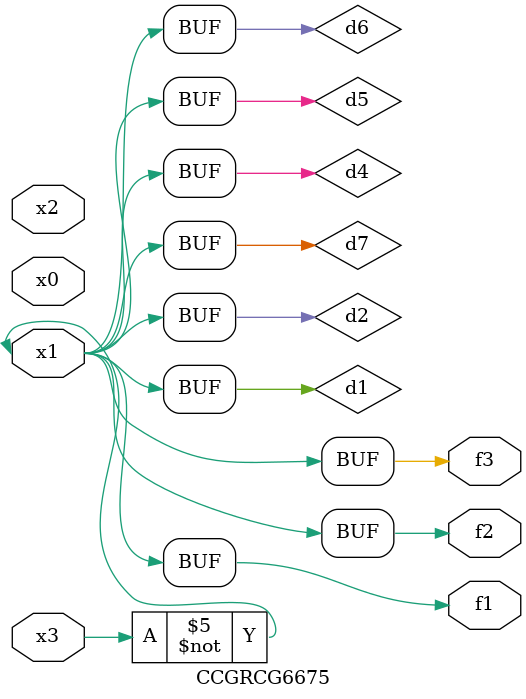
<source format=v>
module CCGRCG6675(
	input x0, x1, x2, x3,
	output f1, f2, f3
);

	wire d1, d2, d3, d4, d5, d6, d7;

	not (d1, x3);
	buf (d2, x1);
	xnor (d3, d1, d2);
	nor (d4, d1);
	buf (d5, d1, d2);
	buf (d6, d4, d5);
	nand (d7, d4);
	assign f1 = d6;
	assign f2 = d7;
	assign f3 = d6;
endmodule

</source>
